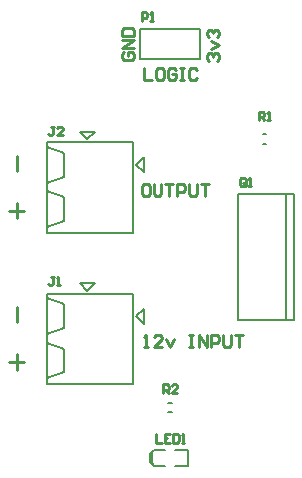
<source format=gto>
G04 Layer_Color=65535*
%FSLAX25Y25*%
%MOIN*%
G70*
G01*
G75*
%ADD12C,0.01000*%
%ADD21C,0.00787*%
%ADD22C,0.00500*%
D12*
X71917Y151969D02*
X71261Y152624D01*
Y153936D01*
X71917Y154592D01*
X72573D01*
X73229Y153936D01*
Y153280D01*
Y153936D01*
X73885Y154592D01*
X74541D01*
X75197Y153936D01*
Y152624D01*
X74541Y151969D01*
X72573Y155904D02*
X75197Y157216D01*
X72573Y158528D01*
X71917Y159840D02*
X71261Y160496D01*
Y161808D01*
X71917Y162464D01*
X72573D01*
X73229Y161808D01*
Y161152D01*
Y161808D01*
X73885Y162464D01*
X74541D01*
X75197Y161808D01*
Y160496D01*
X74541Y159840D01*
X43571Y154986D02*
X42915Y154330D01*
Y153018D01*
X43571Y152362D01*
X46194D01*
X46850Y153018D01*
Y154330D01*
X46194Y154986D01*
X44883D01*
Y153674D01*
X46850Y156298D02*
X42915D01*
X46850Y158922D01*
X42915D01*
Y160234D02*
X46850D01*
Y162201D01*
X46194Y162857D01*
X43571D01*
X42915Y162201D01*
Y160234D01*
X50394Y149605D02*
Y145669D01*
X53017D01*
X56297Y149605D02*
X54985D01*
X54329Y148949D01*
Y146325D01*
X54985Y145669D01*
X56297D01*
X56953Y146325D01*
Y148949D01*
X56297Y149605D01*
X60889Y148949D02*
X60233Y149605D01*
X58921D01*
X58265Y148949D01*
Y146325D01*
X58921Y145669D01*
X60233D01*
X60889Y146325D01*
Y147637D01*
X59577D01*
X62201Y149605D02*
X63513D01*
X62857D01*
Y145669D01*
X62201D01*
X63513D01*
X68104Y148949D02*
X67449Y149605D01*
X66137D01*
X65481Y148949D01*
Y146325D01*
X66137Y145669D01*
X67449D01*
X68104Y146325D01*
X49606Y165354D02*
Y168204D01*
X51031D01*
X51506Y167729D01*
Y166779D01*
X51031Y166304D01*
X49606D01*
X52456Y165354D02*
X53406D01*
X52931D01*
Y168204D01*
X52456Y167729D01*
X88583Y132283D02*
Y135133D01*
X90007D01*
X90482Y134658D01*
Y133708D01*
X90007Y133233D01*
X88583D01*
X89533D02*
X90482Y132283D01*
X91432D02*
X92382D01*
X91907D01*
Y135133D01*
X91432Y134658D01*
X84183Y110711D02*
Y112611D01*
X83708Y113086D01*
X82758D01*
X82284Y112611D01*
Y110711D01*
X82758Y110236D01*
X83708D01*
X83233Y111186D02*
X84183Y110236D01*
X83708D02*
X84183Y110711D01*
X85133Y110236D02*
X86083D01*
X85608D01*
Y113086D01*
X85133Y112611D01*
X20404Y80015D02*
X19454D01*
X19929D01*
Y77640D01*
X19454Y77165D01*
X18979D01*
X18504Y77640D01*
X21353Y77165D02*
X22303D01*
X21828D01*
Y80015D01*
X21353Y79540D01*
X20404Y130015D02*
X19454D01*
X19929D01*
Y127640D01*
X19454Y127165D01*
X18979D01*
X18504Y127640D01*
X23253Y127165D02*
X21353D01*
X23253Y129065D01*
Y129540D01*
X22778Y130015D01*
X21828D01*
X21353Y129540D01*
X54331Y27653D02*
Y24803D01*
X56230D01*
X59080Y27653D02*
X57180D01*
Y24803D01*
X59080D01*
X57180Y26228D02*
X58130D01*
X60030Y27653D02*
Y24803D01*
X61454D01*
X61929Y25278D01*
Y27178D01*
X61454Y27653D01*
X60030D01*
X62879Y24803D02*
X63829D01*
X63354D01*
Y27653D01*
X62879Y27178D01*
X56693Y41339D02*
Y44188D01*
X58118D01*
X58593Y43713D01*
Y42763D01*
X58118Y42288D01*
X56693D01*
X57643D02*
X58593Y41339D01*
X61442D02*
X59542D01*
X61442Y43238D01*
Y43713D01*
X60967Y44188D01*
X60017D01*
X59542Y43713D01*
X51574Y111022D02*
X50262D01*
X49606Y110366D01*
Y107743D01*
X50262Y107087D01*
X51574D01*
X52230Y107743D01*
Y110366D01*
X51574Y111022D01*
X53542D02*
Y107743D01*
X54198Y107087D01*
X55510D01*
X56166Y107743D01*
Y111022D01*
X57478D02*
X60102D01*
X58790D01*
Y107087D01*
X61414D02*
Y111022D01*
X63381D01*
X64037Y110366D01*
Y109055D01*
X63381Y108398D01*
X61414D01*
X65349Y111022D02*
Y107743D01*
X66005Y107087D01*
X67317D01*
X67973Y107743D01*
Y111022D01*
X69285D02*
X71909D01*
X70597D01*
Y107087D01*
X50394Y56693D02*
X51706D01*
X51050D01*
Y60629D01*
X50394Y59973D01*
X56297Y56693D02*
X53673D01*
X56297Y59317D01*
Y59973D01*
X55641Y60629D01*
X54329D01*
X53673Y59973D01*
X57609Y59317D02*
X58921Y56693D01*
X60233Y59317D01*
X65481Y60629D02*
X66793D01*
X66137D01*
Y56693D01*
X65481D01*
X66793D01*
X68761D02*
Y60629D01*
X71384Y56693D01*
Y60629D01*
X72696Y56693D02*
Y60629D01*
X74664D01*
X75320Y59973D01*
Y58661D01*
X74664Y58005D01*
X72696D01*
X76632Y60629D02*
Y57349D01*
X77288Y56693D01*
X78600D01*
X79256Y57349D01*
Y60629D01*
X80568D02*
X83192D01*
X81880D01*
Y56693D01*
X7873Y70079D02*
Y64831D01*
Y54336D02*
Y49088D01*
X10497Y51712D02*
X5249D01*
X7873Y120472D02*
Y115225D01*
Y104729D02*
Y99482D01*
X10497Y102106D02*
X5249D01*
D21*
X68976Y152480D02*
Y162480D01*
X48976Y152480D02*
X68976D01*
X48976D02*
Y162480D01*
X68976D01*
X81693Y65748D02*
X100394D01*
X81693Y107480D02*
X100394D01*
X81693Y65748D02*
Y107480D01*
X100394Y65748D02*
Y107480D01*
X97835Y65748D02*
Y107480D01*
D22*
X89951Y127584D02*
X91151D01*
X89951Y124384D02*
X91151D01*
X23818Y48228D02*
Y56102D01*
X17913Y58071D02*
X23818Y56102D01*
X17913Y46260D02*
X23818Y48228D01*
Y62992D02*
Y70866D01*
X17913Y72835D02*
X23818Y70866D01*
X17913Y61024D02*
X23818Y62992D01*
X17913Y44291D02*
X46653D01*
X17913D02*
Y74429D01*
X46653D01*
Y44291D02*
Y74429D01*
X47796Y66929D02*
X50296Y64429D01*
Y69429D01*
X47796Y66929D02*
X50296Y69429D01*
X31496Y75429D02*
X33996Y77929D01*
X28996D02*
X33996D01*
X28996D02*
X31496Y75429D01*
X23818Y98661D02*
Y106535D01*
X17913Y108504D02*
X23818Y106535D01*
X17913Y96693D02*
X23818Y98661D01*
Y113425D02*
Y121299D01*
X17913Y123268D02*
X23818Y121299D01*
X17913Y111457D02*
X23818Y113425D01*
X17913Y94724D02*
X46653D01*
X17913D02*
Y124862D01*
X46653D01*
Y94724D02*
Y124862D01*
X47796Y117362D02*
X50296Y114862D01*
Y119862D01*
X47796Y117362D02*
X50296Y119862D01*
X31496Y125862D02*
X33996Y128362D01*
X28996D02*
X33996D01*
X28996D02*
X31496Y125862D01*
X52461Y18307D02*
Y21063D01*
X60827Y17028D02*
X65158D01*
X60827Y22343D02*
X65158D01*
Y17028D02*
Y22343D01*
X53740Y17028D02*
X57284D01*
X53740Y22343D02*
X57284D01*
X52953Y21555D02*
X53740Y22343D01*
X52461Y21063D02*
X53051Y21654D01*
X52461Y18307D02*
X53150Y17618D01*
X52953Y17815D02*
Y21555D01*
Y17815D02*
X53740Y17028D01*
X58455Y34817D02*
X59655D01*
X58455Y38017D02*
X59655D01*
M02*

</source>
